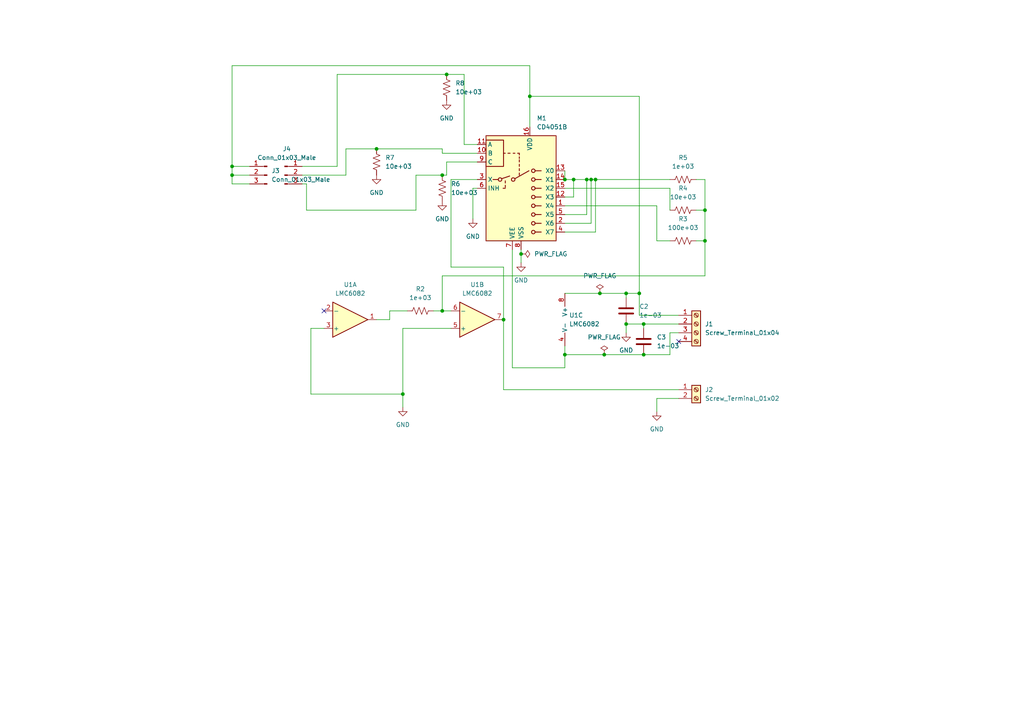
<source format=kicad_sch>
(kicad_sch (version 20211123) (generator eeschema)
  (paper "A4")
  (lib_symbols
    (symbol "Amplifier_Operational:LMC6082" (pin_names (offset 0.127))
      (property "Reference" "U" (at 0 5.08 0))
      (property "Value" "LMC6082" (at 0 -5.08 0))
      (symbol "LMC6082_1_1"
        (polyline (pts (xy -5.08 5.08) (xy 5.08 0) (xy -5.08 -5.08) (xy -5.08 5.08)) (stroke (width 0.254)) (fill (type background)))
        (pin output line (at 7.62 0 180) (length 2.54) (name "~") (number "1"))
        (pin input line (at -7.62 -2.54 0) (length 2.54) (name "-") (number "2"))
        (pin input line (at -7.62 2.54 0) (length 2.54) (name "+") (number "3"))
      )
      (symbol "LMC6082_2_1"
        (polyline (pts (xy -5.08 5.08) (xy 5.08 0) (xy -5.08 -5.08) (xy -5.08 5.08)) (stroke (width 0.254)) (fill (type background)))
        (pin input line (at -7.62 2.54 0) (length 2.54) (name "+") (number "5"))
        (pin input line (at -7.62 -2.54 0) (length 2.54) (name "-") (number "6"))
        (pin output line (at 7.62 0 180) (length 2.54) (name "~") (number "7"))
      )
      (symbol "LMC6082_3_1"
        (pin power_in line (at -2.54 -7.62 90) (length 3.81) (name "V-") (number "4"))
        (pin power_in line (at -2.54 7.62 270) (length 3.81) (name "V+") (number "8"))
      )
    )
    (symbol "Analog_Switch:CD4051B"
      (property "Reference" "U" (at -10.16 16.51 0))
      (property "Value" "CD4051B" (at 3.81 16.51 0))
      (symbol "CD4051B_0_1"
        (rectangle (start -10.16 6.35) (end -5.08 13.97) (stroke (width 0.254)))
        (rectangle (start -10.16 15.24) (end 10.16 -15.24) (stroke (width 0.254)) (fill (type background)))
        (circle (center -6.096 2.54) (radius 0.508) (stroke (width 0.254)))
        (circle (center -2.286 2.54) (radius 0.508) (stroke (width 0.254)))
        (polyline (pts (xy -8.128 2.54) (xy -6.604 2.54)) (stroke (width 0.254)))
        (polyline (pts (xy -5.588 2.794) (xy -3.302 3.556)) (stroke (width 0.254)))
        (polyline (pts (xy -4.572 0) (xy -5.207 0)) (stroke (width 0.254)))
        (polyline (pts (xy -4.572 0.254) (xy -4.572 0.889)) (stroke (width 0.254)))
        (polyline (pts (xy -4.572 1.524) (xy -4.572 2.159)) (stroke (width 0.254)))
        (polyline (pts (xy -4.572 10.16) (xy -5.08 10.16)) (stroke (width 0.254)))
        (polyline (pts (xy -3.81 10.16) (xy -3.175 10.16)) (stroke (width 0.254)))
        (polyline (pts (xy -1.778 2.794) (xy 2.286 5.08)) (stroke (width 0.254)))
        (polyline (pts (xy -1.778 10.16) (xy -2.286 10.16)) (stroke (width 0.254)))
        (polyline (pts (xy -0.508 3.81) (xy -0.508 4.445)) (stroke (width 0.254)))
        (polyline (pts (xy -0.508 5.08) (xy -0.508 5.715)) (stroke (width 0.254)))
        (polyline (pts (xy -0.508 6.35) (xy -0.508 6.985)) (stroke (width 0.254)))
        (polyline (pts (xy -0.508 7.62) (xy -0.508 8.255)) (stroke (width 0.254)))
        (polyline (pts (xy -0.508 8.636) (xy -0.508 9.144)) (stroke (width 0.254)))
        (polyline (pts (xy -0.508 9.652) (xy -0.508 10.16)) (stroke (width 0.254)))
        (polyline (pts (xy -0.508 10.16) (xy -1.016 10.16)) (stroke (width 0.254)))
        (polyline (pts (xy 4.064 -12.7) (xy 5.842 -12.7)) (stroke (width 0.254)))
        (polyline (pts (xy 4.064 -10.16) (xy 5.842 -10.16)) (stroke (width 0.254)))
        (polyline (pts (xy 4.064 -7.62) (xy 5.842 -7.62)) (stroke (width 0.254)))
        (polyline (pts (xy 4.064 -5.08) (xy 5.842 -5.08)) (stroke (width 0.254)))
        (polyline (pts (xy 4.064 -2.54) (xy 5.842 -2.54)) (stroke (width 0.254)))
        (polyline (pts (xy 4.064 0) (xy 5.842 0)) (stroke (width 0.254)))
        (polyline (pts (xy 4.064 2.54) (xy 5.842 2.54)) (stroke (width 0.254)))
        (polyline (pts (xy 4.064 5.08) (xy 5.842 5.08)) (stroke (width 0.254)))
        (circle (center 3.556 -12.7) (radius 0.508) (stroke (width 0.254)))
        (circle (center 3.556 -10.16) (radius 0.508) (stroke (width 0.254)))
        (circle (center 3.556 -7.62) (radius 0.508) (stroke (width 0.254)))
        (circle (center 3.556 -5.08) (radius 0.508) (stroke (width 0.254)))
        (circle (center 3.556 -2.54) (radius 0.508) (stroke (width 0.254)))
        (circle (center 3.556 0) (radius 0.508) (stroke (width 0.254)))
        (circle (center 3.556 2.54) (radius 0.508) (stroke (width 0.254)))
        (circle (center 3.556 5.08) (radius 0.508) (stroke (width 0.254)))
      )
      (symbol "CD4051B_1_1"
        (pin bidirectional line (at 12.7 -5.08 180) (length 2.54) (name "X4") (number "1"))
        (pin input line (at -12.7 10.16 0) (length 2.54) (name "B") (number "10"))
        (pin input line (at -12.7 12.7 0) (length 2.54) (name "A") (number "11"))
        (pin bidirectional line (at 12.7 -2.54 180) (length 2.54) (name "X3") (number "12"))
        (pin bidirectional line (at 12.7 5.08 180) (length 2.54) (name "X0") (number "13"))
        (pin bidirectional line (at 12.7 2.54 180) (length 2.54) (name "X1") (number "14"))
        (pin bidirectional line (at 12.7 0 180) (length 2.54) (name "X2") (number "15"))
        (pin power_in line (at 2.54 17.78 270) (length 2.54) (name "VDD") (number "16"))
        (pin bidirectional line (at 12.7 -10.16 180) (length 2.54) (name "X6") (number "2"))
        (pin bidirectional line (at -12.7 2.54 0) (length 2.54) (name "X") (number "3"))
        (pin bidirectional line (at 12.7 -12.7 180) (length 2.54) (name "X7") (number "4"))
        (pin bidirectional line (at 12.7 -7.62 180) (length 2.54) (name "X5") (number "5"))
        (pin input line (at -12.7 0 0) (length 2.54) (name "INH") (number "6"))
        (pin power_in line (at -2.54 -17.78 90) (length 2.54) (name "VEE") (number "7"))
        (pin power_in line (at 0 -17.78 90) (length 2.54) (name "VSS") (number "8"))
        (pin input line (at -12.7 7.62 0) (length 2.54) (name "C") (number "9"))
      )
    )
    (symbol "Connector:Conn_01x03_Male" (pin_names (offset 1.016) hide)
      (property "Reference" "J" (at 0 5.08 0))
      (property "Value" "Conn_01x03_Male" (at 0 -5.08 0))
      (symbol "Conn_01x03_Male_1_1"
        (polyline (pts (xy 1.27 -2.54) (xy 0.8636 -2.54)) (stroke (width 0.1524)))
        (polyline (pts (xy 1.27 0) (xy 0.8636 0)) (stroke (width 0.1524)))
        (polyline (pts (xy 1.27 2.54) (xy 0.8636 2.54)) (stroke (width 0.1524)))
        (rectangle (start 0.8636 -2.413) (end 0 -2.667) (stroke (width 0.1524)) (fill (type outline)))
        (rectangle (start 0.8636 0.127) (end 0 -0.127) (stroke (width 0.1524)) (fill (type outline)))
        (rectangle (start 0.8636 2.667) (end 0 2.413) (stroke (width 0.1524)) (fill (type outline)))
        (pin passive line (at 5.08 2.54 180) (length 3.81) (name "Pin_1") (number "1"))
        (pin passive line (at 5.08 0 180) (length 3.81) (name "Pin_2") (number "2"))
        (pin passive line (at 5.08 -2.54 180) (length 3.81) (name "Pin_3") (number "3"))
      )
    )
    (symbol "Connector:Screw_Terminal_01x02" (pin_names (offset 1.016) hide)
      (property "Reference" "J" (at 0 2.54 0))
      (property "Value" "Screw_Terminal_01x02" (at 0 -5.08 0))
      (symbol "Screw_Terminal_01x02_1_1"
        (rectangle (start -1.27 1.27) (end 1.27 -3.81) (stroke (width 0.254)) (fill (type background)))
        (circle (center 0 -2.54) (radius 0.635) (stroke (width 0.1524)))
        (polyline (pts (xy -0.5334 -2.2098) (xy 0.3302 -3.048)) (stroke (width 0.1524)))
        (polyline (pts (xy -0.5334 0.3302) (xy 0.3302 -0.508)) (stroke (width 0.1524)))
        (polyline (pts (xy -0.3556 -2.032) (xy 0.508 -2.8702)) (stroke (width 0.1524)))
        (polyline (pts (xy -0.3556 0.508) (xy 0.508 -0.3302)) (stroke (width 0.1524)))
        (circle (center 0 0) (radius 0.635) (stroke (width 0.1524)))
        (pin passive line (at -5.08 0 0) (length 3.81) (name "Pin_1") (number "1"))
        (pin passive line (at -5.08 -2.54 0) (length 3.81) (name "Pin_2") (number "2"))
      )
    )
    (symbol "Connector:Screw_Terminal_01x04" (pin_names (offset 1.016) hide)
      (property "Reference" "J" (at 0 5.08 0))
      (property "Value" "Screw_Terminal_01x04" (at 0 -7.62 0))
      (symbol "Screw_Terminal_01x04_1_1"
        (rectangle (start -1.27 3.81) (end 1.27 -6.35) (stroke (width 0.254)) (fill (type background)))
        (circle (center 0 -5.08) (radius 0.635) (stroke (width 0.1524)))
        (circle (center 0 -2.54) (radius 0.635) (stroke (width 0.1524)))
        (polyline (pts (xy -0.5334 -4.7498) (xy 0.3302 -5.588)) (stroke (width 0.1524)))
        (polyline (pts (xy -0.5334 -2.2098) (xy 0.3302 -3.048)) (stroke (width 0.1524)))
        (polyline (pts (xy -0.5334 0.3302) (xy 0.3302 -0.508)) (stroke (width 0.1524)))
        (polyline (pts (xy -0.5334 2.8702) (xy 0.3302 2.032)) (stroke (width 0.1524)))
        (polyline (pts (xy -0.3556 -4.572) (xy 0.508 -5.4102)) (stroke (width 0.1524)))
        (polyline (pts (xy -0.3556 -2.032) (xy 0.508 -2.8702)) (stroke (width 0.1524)))
        (polyline (pts (xy -0.3556 0.508) (xy 0.508 -0.3302)) (stroke (width 0.1524)))
        (polyline (pts (xy -0.3556 3.048) (xy 0.508 2.2098)) (stroke (width 0.1524)))
        (circle (center 0 0) (radius 0.635) (stroke (width 0.1524)))
        (circle (center 0 2.54) (radius 0.635) (stroke (width 0.1524)))
        (pin passive line (at -5.08 2.54 0) (length 3.81) (name "Pin_1") (number "1"))
        (pin passive line (at -5.08 0 0) (length 3.81) (name "Pin_2") (number "2"))
        (pin passive line (at -5.08 -2.54 0) (length 3.81) (name "Pin_3") (number "3"))
        (pin passive line (at -5.08 -5.08 0) (length 3.81) (name "Pin_4") (number "4"))
      )
    )
    (symbol "Device:C" (pin_numbers hide) (pin_names (offset 0.254))
      (property "Reference" "C" (at 0.635 2.54 0))
      (property "Value" "C" (at 0.635 -2.54 0))
      (symbol "C_0_1"
        (polyline (pts (xy -2.032 -0.762) (xy 2.032 -0.762)) (stroke (width 0.508)))
        (polyline (pts (xy -2.032 0.762) (xy 2.032 0.762)) (stroke (width 0.508)))
      )
      (symbol "C_1_1"
        (pin passive line (at 0 3.81 270) (length 2.794) (name "~") (number "1"))
        (pin passive line (at 0 -3.81 90) (length 2.794) (name "~") (number "2"))
      )
    )
    (symbol "Device:R_US" (pin_numbers hide) (pin_names (offset 0))
      (property "Reference" "R" (at 2.54 0 90))
      (property "Value" "R_US" (at -2.54 0 90))
      (symbol "R_US_0_1"
        (polyline (pts (xy 0 -2.286) (xy 0 -2.54)))
        (polyline (pts (xy 0 2.286) (xy 0 2.54)))
        (polyline (pts (xy 0 -0.762) (xy 1.016 -1.143) (xy 0 -1.524) (xy -1.016 -1.905) (xy 0 -2.286)))
        (polyline (pts (xy 0 0.762) (xy 1.016 0.381) (xy 0 0) (xy -1.016 -0.381) (xy 0 -0.762)))
        (polyline (pts (xy 0 2.286) (xy 1.016 1.905) (xy 0 1.524) (xy -1.016 1.143) (xy 0 0.762)))
      )
      (symbol "R_US_1_1"
        (pin passive line (at 0 3.81 270) (length 1.27) (name "~") (number "1"))
        (pin passive line (at 0 -3.81 90) (length 1.27) (name "~") (number "2"))
      )
    )
    (symbol "power:GND" (power) (pin_names (offset 0))
      (property "Value" "GND" (at 0 -3.81 0))
      (symbol "GND_0_1"
        (polyline (pts (xy 0 0) (xy 0 -1.27) (xy 1.27 -1.27) (xy 0 -2.54) (xy -1.27 -1.27) (xy 0 -1.27)))
      )
      (symbol "GND_1_1"
        (pin power_in line (at 0 0 270) (length 0) hide (name "GND") (number "1"))
      )
    )
    (symbol "power:PWR_FLAG" (power) (pin_numbers hide) (pin_names (offset 0) hide)
      (property "Value" "PWR_FLAG" (at 0 3.81 0))
      (symbol "PWR_FLAG_0_0"
        (pin power_out line (at 0 0 90) (length 0) (name "pwr") (number "1"))
      )
      (symbol "PWR_FLAG_0_1"
        (polyline (pts (xy 0 0) (xy 0 1.27) (xy -1.016 1.905) (xy 0 2.54) (xy 1.016 1.905) (xy 0 1.27)))
      )
    )
  )
  (junction (at 181.61 93.98))
  (junction (at 186.69 93.98))
  (junction (at 170.18 52.07))
  (junction (at 129.54 21.59))
  (junction (at 175.26 102.87))
  (junction (at 67.31 50.8))
  (junction (at 116.84 114.3))
  (junction (at 163.83 102.87))
  (junction (at 151.13 73.66))
  (junction (at 109.22 43.18))
  (junction (at 204.47 60.96))
  (junction (at 186.69 102.87))
  (junction (at 185.42 85.09))
  (junction (at 163.83 52.07))
  (junction (at 128.27 50.8))
  (junction (at 146.05 92.71))
  (junction (at 67.31 48.26))
  (junction (at 171.45 52.07))
  (junction (at 153.67 27.94))
  (junction (at 166.37 52.07))
  (junction (at 204.47 69.85))
  (junction (at 172.72 52.07))
  (junction (at 173.99 85.09))
  (junction (at 181.61 85.09))
  (junction (at 128.27 90.17))
  (no_connect (at 196.85 99.06))
  (no_connect (at 93.98 90.17))
  (wire (pts (xy 201.93 69.85) (xy 204.47 69.85)))
  (wire (pts (xy 163.83 64.77) (xy 171.45 64.77)))
  (wire (pts (xy 130.81 77.47) (xy 130.81 52.07)))
  (wire (pts (xy 97.79 48.26) (xy 97.79 21.59)))
  (wire (pts (xy 113.03 90.17) (xy 118.11 90.17)))
  (wire (pts (xy 146.05 77.47) (xy 130.81 77.47)))
  (wire (pts (xy 125.73 90.17) (xy 128.27 90.17)))
  (wire (pts (xy 163.83 59.69) (xy 190.5 59.69)))
  (wire (pts (xy 113.03 90.17) (xy 113.03 92.71)))
  (wire (pts (xy 97.79 21.59) (xy 129.54 21.59)))
  (wire (pts (xy 163.83 102.87) (xy 163.83 100.33)))
  (wire (pts (xy 148.59 72.39) (xy 148.59 106.68)))
  (wire (pts (xy 163.83 67.31) (xy 172.72 67.31)))
  (wire (pts (xy 181.61 96.52) (xy 181.61 93.98)))
  (wire (pts (xy 116.84 95.25) (xy 116.84 114.3)))
  (wire (pts (xy 138.43 46.99) (xy 129.54 46.99)))
  (wire (pts (xy 185.42 27.94) (xy 153.67 27.94)))
  (wire (pts (xy 88.9 60.96) (xy 88.9 53.34)))
  (wire (pts (xy 186.69 93.98) (xy 186.69 95.25)))
  (wire (pts (xy 67.31 53.34) (xy 72.39 53.34)))
  (wire (pts (xy 130.81 52.07) (xy 138.43 52.07)))
  (wire (pts (xy 67.31 50.8) (xy 67.31 53.34)))
  (wire (pts (xy 88.9 53.34) (xy 87.63 53.34)))
  (wire (pts (xy 181.61 93.98) (xy 186.69 93.98)))
  (wire (pts (xy 120.65 50.8) (xy 120.65 60.96)))
  (wire (pts (xy 194.31 60.96) (xy 194.31 54.61)))
  (wire (pts (xy 190.5 119.38) (xy 190.5 115.57)))
  (wire (pts (xy 166.37 52.07) (xy 166.37 57.15)))
  (wire (pts (xy 163.83 62.23) (xy 170.18 62.23)))
  (wire (pts (xy 185.42 85.09) (xy 185.42 27.94)))
  (wire (pts (xy 163.83 49.53) (xy 163.83 52.07)))
  (wire (pts (xy 100.33 43.18) (xy 109.22 43.18)))
  (wire (pts (xy 163.83 106.68) (xy 163.83 102.87)))
  (wire (pts (xy 194.31 102.87) (xy 194.31 96.52)))
  (wire (pts (xy 67.31 19.05) (xy 153.67 19.05)))
  (wire (pts (xy 116.84 114.3) (xy 116.84 118.11)))
  (wire (pts (xy 137.16 54.61) (xy 138.43 54.61)))
  (wire (pts (xy 90.17 114.3) (xy 116.84 114.3)))
  (wire (pts (xy 175.26 102.87) (xy 186.69 102.87)))
  (wire (pts (xy 134.62 41.91) (xy 134.62 21.59)))
  (wire (pts (xy 163.83 102.87) (xy 175.26 102.87)))
  (wire (pts (xy 163.83 57.15) (xy 166.37 57.15)))
  (wire (pts (xy 134.62 21.59) (xy 129.54 21.59)))
  (wire (pts (xy 130.81 95.25) (xy 116.84 95.25)))
  (wire (pts (xy 194.31 96.52) (xy 196.85 96.52)))
  (wire (pts (xy 137.16 63.5) (xy 137.16 54.61)))
  (wire (pts (xy 185.42 85.09) (xy 185.42 91.44)))
  (wire (pts (xy 67.31 48.26) (xy 67.31 50.8)))
  (wire (pts (xy 163.83 85.09) (xy 173.99 85.09)))
  (wire (pts (xy 67.31 50.8) (xy 72.39 50.8)))
  (wire (pts (xy 87.63 48.26) (xy 97.79 48.26)))
  (wire (pts (xy 93.98 95.25) (xy 90.17 95.25)))
  (wire (pts (xy 170.18 52.07) (xy 171.45 52.07)))
  (wire (pts (xy 171.45 52.07) (xy 172.72 52.07)))
  (wire (pts (xy 109.22 92.71) (xy 113.03 92.71)))
  (wire (pts (xy 204.47 80.01) (xy 204.47 69.85)))
  (wire (pts (xy 146.05 113.03) (xy 196.85 113.03)))
  (wire (pts (xy 128.27 90.17) (xy 128.27 80.01)))
  (wire (pts (xy 173.99 85.09) (xy 181.61 85.09)))
  (wire (pts (xy 153.67 27.94) (xy 153.67 36.83)))
  (wire (pts (xy 87.63 50.8) (xy 100.33 50.8)))
  (wire (pts (xy 138.43 41.91) (xy 134.62 41.91)))
  (wire (pts (xy 109.22 43.18) (xy 128.27 43.18)))
  (wire (pts (xy 129.54 50.8) (xy 128.27 50.8)))
  (wire (pts (xy 90.17 95.25) (xy 90.17 114.3)))
  (wire (pts (xy 67.31 48.26) (xy 72.39 48.26)))
  (wire (pts (xy 146.05 92.71) (xy 146.05 77.47)))
  (wire (pts (xy 128.27 90.17) (xy 130.81 90.17)))
  (wire (pts (xy 204.47 69.85) (xy 204.47 60.96)))
  (wire (pts (xy 170.18 52.07) (xy 170.18 62.23)))
  (wire (pts (xy 190.5 115.57) (xy 196.85 115.57)))
  (wire (pts (xy 185.42 91.44) (xy 196.85 91.44)))
  (wire (pts (xy 201.93 52.07) (xy 204.47 52.07)))
  (wire (pts (xy 128.27 80.01) (xy 204.47 80.01)))
  (wire (pts (xy 67.31 19.05) (xy 67.31 48.26)))
  (wire (pts (xy 128.27 44.45) (xy 128.27 43.18)))
  (wire (pts (xy 190.5 59.69) (xy 190.5 69.85)))
  (wire (pts (xy 129.54 46.99) (xy 129.54 50.8)))
  (wire (pts (xy 204.47 60.96) (xy 204.47 52.07)))
  (wire (pts (xy 186.69 102.87) (xy 194.31 102.87)))
  (wire (pts (xy 138.43 44.45) (xy 128.27 44.45)))
  (wire (pts (xy 148.59 106.68) (xy 163.83 106.68)))
  (wire (pts (xy 201.93 60.96) (xy 204.47 60.96)))
  (wire (pts (xy 181.61 85.09) (xy 181.61 86.36)))
  (wire (pts (xy 171.45 52.07) (xy 171.45 64.77)))
  (wire (pts (xy 163.83 54.61) (xy 194.31 54.61)))
  (wire (pts (xy 181.61 85.09) (xy 185.42 85.09)))
  (wire (pts (xy 151.13 76.2) (xy 151.13 73.66)))
  (wire (pts (xy 120.65 60.96) (xy 88.9 60.96)))
  (wire (pts (xy 194.31 69.85) (xy 190.5 69.85)))
  (wire (pts (xy 146.05 92.71) (xy 146.05 113.03)))
  (wire (pts (xy 166.37 52.07) (xy 170.18 52.07)))
  (wire (pts (xy 172.72 52.07) (xy 194.31 52.07)))
  (wire (pts (xy 120.65 50.8) (xy 128.27 50.8)))
  (wire (pts (xy 172.72 67.31) (xy 172.72 52.07)))
  (wire (pts (xy 186.69 93.98) (xy 196.85 93.98)))
  (wire (pts (xy 151.13 73.66) (xy 151.13 72.39)))
  (wire (pts (xy 100.33 50.8) (xy 100.33 43.18)))
  (wire (pts (xy 163.83 52.07) (xy 166.37 52.07)))
  (wire (pts (xy 153.67 19.05) (xy 153.67 27.94)))
  (symbol (lib_id "power:GND") (at 128.27 58.42 0) (unit 1)
    (property "Reference" "#PWR04" (effects hide))
    (property "Value" "GND" (at 128.27 63.5 0))
  )
  (symbol (lib_id "Device:R_US") (at 198.12 69.85 90) (unit 1)
    (property "Reference" "R3" (at 198.12 63.5 90))
    (property "Value" "100e+03" (at 198.12 66.04 90))
    (property "Footprint" "Resistor_SMD:R_1206_3216Metric_Pad1.30x1.75mm_HandSolder" (effects hide))
  )
  (symbol (lib_id "power:GND") (at 151.13 76.2 0) (unit 1)
    (property "Reference" "#PWR07" (effects hide))
    (property "Value" "GND" (at 151.13 81.28 0))
  )
  (symbol (lib_id "Connector:Conn_01x03_Male") (at 77.47 50.8 0) (mirror y) (unit 1)
    (property "Reference" "J3" (at 78.74 49.5299 0) (effects (justify right)))
    (property "Value" "Conn_01x03_Male" (at 78.74 52.0699 0) (effects (justify right)))
    (property "Footprint" "Connector_PinHeader_2.54mm:PinHeader_1x03_P2.54mm_Vertical" (effects hide))
  )
  (symbol (lib_id "power:GND") (at 137.16 63.5 0) (unit 1)
    (property "Reference" "#PWR06" (effects hide))
    (property "Value" "GND" (at 137.16 68.58 0))
  )
  (symbol (lib_id "power:GND") (at 129.54 29.21 0) (unit 1)
    (property "Reference" "#PWR05" (effects hide))
    (property "Value" "GND" (at 129.54 34.29 0))
  )
  (symbol (lib_id "Analog_Switch:CD4051B") (at 151.13 54.61 0) (unit 1)
    (property "Reference" "M1" (at 155.6894 34.29 0) (effects (justify left)))
    (property "Value" "CD4051B" (at 155.6894 36.83 0) (effects (justify left)))
    (property "Footprint" "Package_DIP:DIP-16_W7.62mm" (effects hide))
    (property "Datasheet" "http://www.ti.com/lit/ds/symlink/cd4052b.pdf" (effects hide))
  )
  (symbol (lib_id "Connector:Screw_Terminal_01x02") (at 201.93 113.03 0) (unit 1)
    (property "Reference" "J2" (at 204.47 113.0299 0) (effects (justify left)))
    (property "Value" "Screw_Terminal_01x02" (at 204.47 115.5699 0) (effects (justify left)))
    (property "Footprint" "TerminalBlock_Phoenix:TerminalBlock_Phoenix_MPT-0,5-2-2.54_1x02_P2.54mm_Horizontal" (effects hide))
  )
  (symbol (lib_id "Amplifier_Operational:LMC6082") (at 166.37 92.71 0) (unit 3)
    (property "Reference" "U1" (at 165.1 91.4399 0) (effects (justify left)))
    (property "Value" "LMC6082" (at 165.1 93.9799 0) (effects (justify left)))
    (property "Footprint" "Package_DIP:DIP-8-16_W7.62mm" (effects hide))
    (property "Datasheet" "http://www.ti.com/lit/ds/symlink/lmc6082.pdf" (effects hide))
  )
  (symbol (lib_id "Device:R_US") (at 109.22 46.99 0) (unit 1)
    (property "Reference" "R7" (at 111.76 45.7199 0) (effects (justify left)))
    (property "Value" "10e+03" (at 111.76 48.2599 0) (effects (justify left)))
    (property "Footprint" "Resistor_SMD:R_1206_3216Metric_Pad1.30x1.75mm_HandSolder" (effects hide))
  )
  (symbol (lib_id "Amplifier_Operational:LMC6082") (at 101.6 92.71 0) (mirror x) (unit 1)
    (property "Reference" "U1" (at 101.6 82.55 0))
    (property "Value" "LMC6082" (at 101.6 85.09 0))
    (property "Footprint" "Package_DIP:DIP-8-16_W7.62mm" (effects hide))
    (property "Datasheet" "http://www.ti.com/lit/ds/symlink/lmc6082.pdf" (effects hide))
  )
  (symbol (lib_id "Device:R_US") (at 129.54 25.4 0) (unit 1)
    (property "Reference" "R8" (at 132.08 24.1299 0) (effects (justify left)))
    (property "Value" "10e+03" (at 132.08 26.6699 0) (effects (justify left)))
    (property "Footprint" "Resistor_SMD:R_1206_3216Metric_Pad1.30x1.75mm_HandSolder" (effects hide))
  )
  (symbol (lib_id "Device:R_US") (at 198.12 52.07 90) (unit 1)
    (property "Reference" "R5" (at 198.12 45.72 90))
    (property "Value" "1e+03" (at 198.12 48.26 90))
    (property "Footprint" "Resistor_SMD:R_1206_3216Metric_Pad1.30x1.75mm_HandSolder" (effects hide))
  )
  (symbol (lib_id "power:GND") (at 109.22 50.8 0) (unit 1)
    (property "Reference" "#PWR02" (effects hide))
    (property "Value" "GND" (at 109.22 55.88 0))
  )
  (symbol (lib_id "Device:R_US") (at 128.27 54.61 0) (unit 1)
    (property "Reference" "R6" (at 130.81 53.3399 0) (effects (justify left)))
    (property "Value" "10e+03" (at 130.81 55.8799 0) (effects (justify left)))
    (property "Footprint" "Resistor_SMD:R_1206_3216Metric_Pad1.30x1.75mm_HandSolder" (effects hide))
  )
  (symbol (lib_id "power:PWR_FLAG") (at 173.99 85.09 0) (unit 1)
    (property "Reference" "#FLG0101" (effects hide))
    (property "Value" "PWR_FLAG" (at 173.99 80.01 0))
  )
  (symbol (lib_id "Device:R_US") (at 198.12 60.96 90) (unit 1)
    (property "Reference" "R4" (at 198.12 54.61 90))
    (property "Value" "10e+03" (at 198.12 57.15 90))
    (property "Footprint" "Resistor_SMD:R_1206_3216Metric_Pad1.30x1.75mm_HandSolder" (effects hide))
  )
  (symbol (lib_id "Connector:Screw_Terminal_01x04") (at 201.93 93.98 0) (unit 1)
    (property "Reference" "J1" (at 204.47 93.9799 0) (effects (justify left)))
    (property "Value" "Screw_Terminal_01x04" (at 204.47 96.5199 0) (effects (justify left)))
    (property "Footprint" "TerminalBlock_Phoenix:TerminalBlock_Phoenix_MPT-0,5-4-2.54_1x04_P2.54mm_Horizontal" (effects hide))
  )
  (symbol (lib_id "power:GND") (at 181.61 96.52 0) (unit 1)
    (property "Reference" "#PWR010" (effects hide))
    (property "Value" "GND" (at 181.61 101.6 0))
  )
  (symbol (lib_id "Device:C") (at 186.69 99.06 0) (unit 1)
    (property "Reference" "C3" (at 190.5 97.7899 0) (effects (justify left)))
    (property "Value" "1e-03" (at 190.5 100.3299 0) (effects (justify left)))
    (property "Footprint" "Capacitor_SMD:C_1206_3216Metric_Pad1.33x1.80mm_HandSolder" (effects hide))
  )
  (symbol (lib_id "Connector:Conn_01x03_Male") (at 82.55 50.8 0) (unit 1)
    (property "Reference" "J4" (at 83.185 43.18 0))
    (property "Value" "Conn_01x03_Male" (at 83.185 45.72 0))
    (property "Footprint" "Connector_PinHeader_2.54mm:PinHeader_1x03_P2.54mm_Vertical" (effects hide))
  )
  (symbol (lib_id "power:PWR_FLAG") (at 175.26 102.87 0) (unit 1)
    (property "Reference" "#FLG0102" (effects hide))
    (property "Value" "PWR_FLAG" (at 175.26 97.79 0))
  )
  (symbol (lib_id "Device:R_US") (at 121.92 90.17 90) (unit 1)
    (property "Reference" "R2" (at 121.92 83.82 90))
    (property "Value" "1e+03" (at 121.92 86.36 90))
    (property "Footprint" "Resistor_SMD:R_1206_3216Metric_Pad1.30x1.75mm_HandSolder" (effects hide))
  )
  (symbol (lib_id "Amplifier_Operational:LMC6082") (at 138.43 92.71 0) (mirror x) (unit 2)
    (property "Reference" "U1" (at 138.43 82.55 0))
    (property "Value" "LMC6082" (at 138.43 85.09 0))
    (property "Footprint" "Package_DIP:DIP-8-16_W7.62mm" (effects hide))
    (property "Datasheet" "http://www.ti.com/lit/ds/symlink/lmc6082.pdf" (effects hide))
  )
  (symbol (lib_id "power:GND") (at 116.84 118.11 0) (unit 1)
    (property "Reference" "#PWR03" (effects hide))
    (property "Value" "GND" (at 116.84 123.19 0))
  )
  (symbol (lib_id "power:PWR_FLAG") (at 151.13 73.66 270) (unit 1)
    (property "Reference" "#FLG0103" (effects hide))
    (property "Value" "PWR_FLAG" (at 154.94 73.6599 90) (effects (justify left)))
  )
  (symbol (lib_id "power:GND") (at 190.5 119.38 0) (unit 1)
    (property "Reference" "#PWR011" (effects hide))
    (property "Value" "GND" (at 190.5 124.46 0))
  )
  (symbol (lib_id "Device:C") (at 181.61 90.17 0) (unit 1)
    (property "Reference" "C2" (at 185.42 88.8999 0) (effects (justify left)))
    (property "Value" "1e-03" (at 185.42 91.4399 0) (effects (justify left)))
    (property "Footprint" "Capacitor_SMD:C_1206_3216Metric_Pad1.33x1.80mm_HandSolder" (effects hide))
  )
)
</source>
